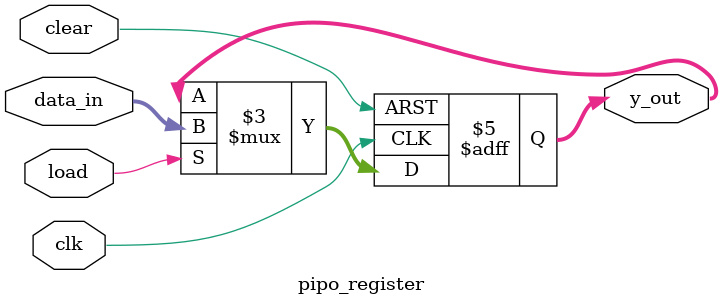
<source format=v>
`timescale 1ns / 1ps


module pipo_register #(parameter DATA_WIDTH = 16)(
	output 	reg 	[DATA_WIDTH -1:0]  y_out,
	input 				                clk, 
	input 				                load,
	input 				                clear,
	input 		[DATA_WIDTH -1:0]     data_in
);
    
always @(posedge clk, negedge clear)
begin
   // if clear == 1, output is 16'b0000_0000_0000_0000
   if(!clear)  
      y_out <= 'b0;
   // else if load == 1, load the data      
   else if(load)
      y_out <= data_in;      
end    
endmodule

</source>
